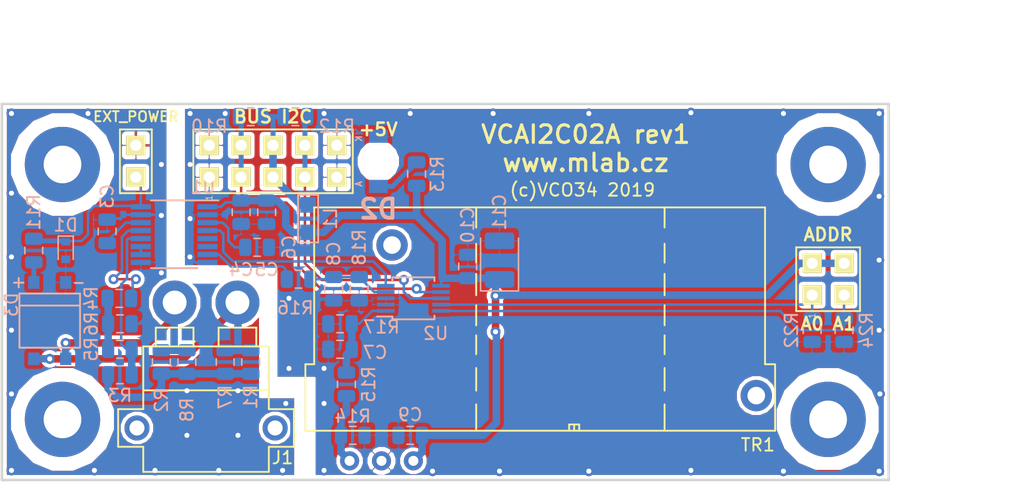
<source format=kicad_pcb>
(kicad_pcb (version 20221018) (generator pcbnew)
  (layers (0 "F.Cu" signal) (31 "B.Cu" signal) (34 "B.Paste" user) (35 "F.Paste" user) (36 "B.SilkS" user "B.Silkscreen") (37 "F.SilkS" user "F.Silkscreen") (38 "B.Mask" user) (39 "F.Mask" user) (44 "Edge.Cuts" user))
  (net 0 "")
  (net 1 "GNDPWR")
  (net 2 "Net-(C3-Pad1)")
  (net 3 "GNDD")
  (net 4 "+5V")
  (net 5 "Net-(C6-Pad2)")
  (net 6 "Net-(C7-Pad1)")
  (net 7 "Net-(C8-Pad1)")
  (net 8 "Net-(D1-Pad1)")
  (net 9 "VCC")
  (net 10 "Net-(D3-Pad1)")
  (net 11 "Net-(D3-Pad3)")
  (net 12 "Net-(D3-Pad4)")
  (net 13 "/SDA")
  (net 14 "/SCL")
  (net 15 "Net-(J6-Pad1)")
  (net 16 "Net-(J6-Pad3)")
  (net 17 "/INPUT")
  (net 18 "Net-(R3-Pad2)")
  (net 19 "Net-(R4-Pad2)")
  (net 20 "/REFout2")
  (net 21 "/Vout")
  (net 22 "/EAout")
  (net 23 "/ch2-")
  (net 24 "/COMP")
  (net 25 "Net-(D2-Pad2)")
  (footprint "Mlab_Pin_Headers:Straight_2x05" (layer "F.Cu") (at 16.764 -0.254 90)
    (fp_text reference "J4" hide)
    (fp_text value "BUS I2C")
  )
  (footprint "Mlab_Pin_Headers:Straight_2x01" (layer "F.Cu") (at 5.842 -0.254 90)
    (fp_text reference "J5" hide)
    (fp_text value "EXT_POWER")
  )
  (footprint "Mlab_Pin_Headers:Straight_2x02" (layer "F.Cu") (at 60.96 9.144 90)
    (fp_text reference "J6" hide)
    (fp_text value "ADDR")
  )
  (footprint "Mlab_Mechanical:MountingHole_3mm" (layer "F.Cu") (at 60.96 0)
    (fp_text reference "MH1" hide)
    (fp_text value "MountingHole_Pad" hide)
  )
  (footprint "Mlab_Mechanical:MountingHole_3mm" (layer "F.Cu") (at 0 20.32)
    (fp_text reference "MH2" hide)
    (fp_text value "MountingHole_Pad" hide)
  )
  (footprint "Mlab_Mechanical:MountingHole_3mm" (layer "F.Cu") (at 60.96 20.32)
    (fp_text reference "MH3" hide)
    (fp_text value "MountingHole_Pad" hide)
  )
  (footprint "Mlab_Mechanical:MountingHole_3mm" (layer "F.Cu") (at 0 0)
    (fp_text reference "MH4" hide)
    (fp_text value "MountingHole_Pad" hide)
  )
  (footprint "Mlab_TR:L01ZxxxS05" (layer "F.Cu") (at 27.94 23.622)
    (fp_text reference "TR1")
    (fp_text value "L01ZxxxS05")
  )
  (footprint "Mlab_CON:XT30PW-M" (layer "F.Cu") (at 11.43 16.002 180)
    (fp_text reference "J1")
    (fp_text value "IN 50V(max)" hide)
  )
  (footprint "Mlab_D:MSB-2" (layer "B.Cu") (at -1.016 12.446 180)
    (fp_text reference "D3")
    (fp_text value "CDBHM260L-HF" hide)
  )
  (footprint "Mlab_L:BLM21PG_3Amp" (layer "B.Cu") (at 19.558 4.318 -90)
    (fp_text reference "L1")
    (fp_text value "BLM21PG300SN1D" hide)
  )
  (footprint "Mlab_IO:QSOP-16_3.9x4.9mm_P0.635mm" (layer "B.Cu") (at 8.89 5.588 180)
    (fp_text reference "U1")
    (fp_text value "ADuM3190ARQZ" hide)
  )
  (footprint "Mlab_IO:MSOP-10_3x3mm_P0.5mm" (layer "B.Cu") (at 27.94 10.668)
    (fp_text reference "U2")
    (fp_text value "MCP3423-E/UN" hide)
  )
  (footprint "Capacitor_Tantalum_SMD:CP_EIA-3528-21_Kemet-B" (layer "B.Cu") (at 34.798 7.62 90)
    (fp_text reference "C11")
    (fp_text value "10uF")
  )
  (footprint "Resistor_SMD:R_0805_2012Metric" (layer "B.Cu") (at 14.986 15.748 -90)
    (fp_text reference "R1")
    (fp_text value "1M")
  )
  (footprint "Resistor_SMD:R_0805_2012Metric" (layer "B.Cu") (at 12.954 15.748 -90)
    (fp_text reference "R7")
    (fp_text value "1M")
  )
  (footprint "Resistor_SMD:R_0805_2012Metric" (layer "B.Cu") (at 9.906 15.748 90)
    (fp_text reference "R8")
    (fp_text value "1M")
  )
  (footprint "Mlab_D:LED_1206" (layer "B.Cu") (at 25.146 -0.254 90)
    (fp_text reference "D2")
    (fp_text value "+5V" hide)
  )
  (footprint "Diode_SMD:D_SOD-523" (layer "B.Cu") (at 0.254 6.858 -90)
    (fp_text reference "D1")
    (fp_text value "MM5Z10VT1G" hide)
  )
  (footprint "Capacitor_SMD:C_0805_2012Metric" (layer "B.Cu") (at 3.556 5.334 90)
    (fp_text reference "C3")
    (fp_text value "1u")
  )
  (footprint "Capacitor_SMD:C_0805_2012Metric" (layer "B.Cu") (at 14.224 3.81 -90)
    (fp_text reference "C4")
    (fp_text value "100n")
  )
  (footprint "Capacitor_SMD:C_0805_2012Metric" (layer "B.Cu") (at 16.256 3.81 -90)
    (fp_text reference "C5")
    (fp_text value "1u")
  )
  (footprint "Capacitor_SMD:C_0805_2012Metric" (layer "B.Cu") (at 15.494 6.604 180)
    (fp_text reference "C6")
    (fp_text value "1u")
  )
  (footprint "Capacitor_SMD:C_0805_2012Metric" (layer "B.Cu") (at 22.098 14.732 180)
    (fp_text reference "C7")
    (fp_text value "10n")
  )
  (footprint "Capacitor_SMD:C_0805_2012Metric" (layer "B.Cu") (at 21.59 9.906 -90)
    (fp_text reference "C8")
    (fp_text value "10n")
  )
  (footprint "Capacitor_SMD:C_0805_2012Metric" (layer "B.Cu") (at 27.686 21.59 180)
    (fp_text reference "C9")
    (fp_text value "100n")
  )
  (footprint "Capacitor_SMD:C_0805_2012Metric" (layer "B.Cu") (at 32.258 8.128 90)
    (fp_text reference "C10")
    (fp_text value "100n")
  )
  (footprint "Resistor_SMD:R_0805_2012Metric" (layer "B.Cu") (at 4.572 16.764)
    (fp_text reference "R3")
    (fp_text value "50k")
  )
  (footprint "Resistor_SMD:R_0805_2012Metric" (layer "B.Cu") (at 14.986 -3.81 180)
    (fp_text reference "R10")
    (fp_text value "10k")
  )
  (footprint "Resistor_SMD:R_0805_2012Metric" (layer "B.Cu") (at -2.286 6.858 -90)
    (fp_text reference "R11")
    (fp_text value "3k9")
  )
  (footprint "Resistor_SMD:R_0805_2012Metric" (layer "B.Cu") (at 18.542 -3.81)
    (fp_text reference "R12")
    (fp_text value "10k")
  )
  (footprint "Resistor_SMD:R_0805_2012Metric" (layer "B.Cu") (at 28.194 0.762 90)
    (fp_text reference "R13")
    (fp_text value "330R")
  )
  (footprint "Resistor_SMD:R_0805_2012Metric" (layer "B.Cu") (at 23.114 21.59)
    (fp_text reference "R14")
    (fp_text value "10k")
  )
  (footprint "Resistor_SMD:R_0805_2012Metric" (layer "B.Cu") (at 22.606 17.526 -90)
    (fp_text reference "R15")
    (fp_text value "180k")
  )
  (footprint "Resistor_SMD:R_0805_2012Metric" (layer "B.Cu") (at 18.796 9.144 180)
    (fp_text reference "R16")
    (fp_text value "180k")
  )
  (footprint "Resistor_SMD:R_0805_2012Metric" (layer "B.Cu") (at 22.098 12.7)
    (fp_text reference "R17")
    (fp_text value "33k")
  )
  (footprint "Resistor_SMD:R_0805_2012Metric" (layer "B.Cu") (at 23.622 9.906 90)
    (fp_text reference "R18")
    (fp_text value "33k")
  )
  (footprint "Resistor_SMD:R_0805_2012Metric" (layer "B.Cu") (at 59.69 13.208 -90)
    (fp_text reference "R22")
    (fp_text value "10k")
  )
  (footprint "Resistor_SMD:R_0805_2012Metric" (layer "B.Cu") (at 62.23 13.208 -90)
    (fp_text reference "R24")
    (fp_text value "10k")
  )
  (footprint "Resistor_SMD:R_0805_2012Metric" (layer "B.Cu") (at 7.874 15.748 90)
    (fp_text reference "R2")
    (fp_text value "1M")
  )
  (footprint "Resistor_SMD:R_0805_2012Metric" (layer "B.Cu") (at 4.572 12.7 180)
    (fp_text reference "R6")
    (fp_text value "17k")
  )
  (footprint "Resistor_SMD:R_0805_2012Metric" (layer "B.Cu") (at 4.572 14.732)
    (fp_text reference "R5")
    (fp_text value "1k5")
  )
  (footprint "Resistor_SMD:R_0805_2012Metric" (layer "B.Cu") (at 4.52201 10.675708 180)
    (fp_text reference "R4")
    (fp_text value "40k")
  )
  (gr_line (start 65.786 -4.826) (end -4.826 -4.826) (stroke (width 0.2)) (layer "Edge.Cuts"))
  (gr_line (start -4.826 -4.826) (end -4.826 25.146) (stroke (width 0.2)) (layer "Edge.Cuts"))
  (gr_line (start 65.786 25.146) (end 65.786 -4.826) (stroke (width 0.2)) (layer "Edge.Cuts"))
  (gr_line (start -4.826 25.146) (end 65.786 25.146) (stroke (width 0.2)) (layer "Edge.Cuts"))
  (gr_text "A1" (at 62.23 12.7) (layer "F.SilkS") (effects (font (size 1 1) (thickness 0.2))))
  (gr_text "VCAI2C02A rev1\nwww.mlab.cz" (at 41.656 -1.27) (layer "F.SilkS") (effects (font (size 1.4 1.4) (thickness 0.25))))
  (gr_text "A0" (at 59.69 12.7) (layer "F.SilkS") (effects (font (size 1 1) (thickness 0.2))))
  (gr_text "(c)VCO34 2019" (at 41.402 2.032) (layer "F.SilkS") (effects (font (size 1 1))))
  (gr_text "+5V" (at 25.146 -2.794) (layer "F.SilkS") (effects (font (size 1 1) (thickness 0.2))))
  (segment (start -4.064 7.619996) (end -4.064004 7.62) (width 0.2) (layer "F.Cu") (net 1))
  (segment (start 5.842 -1.524) (end 5.842 -3.556) (width 0.2) (layer "F.Cu") (net 1))
  (segment (start 14.986 19.05) (end 14.369999 18.433999) (width 0.2) (layer "F.Cu") (net 1))
  (segment (start 13.97 21.59) (end 9.905994 21.59) (width 0.2) (layer "F.Cu") (net 1))
  (segment (start -4.064 2.286) (end -4.064 7.619996) (width 0.2) (layer "F.Cu") (net 1))
  (segment (start -4.318 18.542) (end -4.064 18.288) (width 0.2) (layer "F.Cu") (net 1))
  (segment (start -4.318 24.13) (end -4.318 18.542) (width 0.2) (layer "F.Cu") (net 1))
  (segment (start 14.369999 18.433999) (end 13.97 18.034) (width 0.2) (layer "F.Cu") (net 1))
  (segment (start 7.874 8.636) (end 7.874 4.064004) (width 0.2) (layer "F.Cu") (net 1))
  (segment (start 6.604 24.384) (end 7.365998 24.384) (width 0.2) (layer "F.Cu") (net 1))
  (segment (start 5.842 -1.524) (end 7.366 -1.524) (width 0.2) (layer "F.Cu") (net 1))
  (segment (start 17.526 19.05) (end 14.986 19.05) (width 0.2) (layer "F.Cu") (net 1))
  (segment (start 7.874 -1.016) (end 7.874 0.000006) (width 0.2) (layer "F.Cu") (net 1))
  (segment (start -4.064 24.384) (end -4.318 24.13) (width 0.2) (layer "F.Cu") (net 1))
  (segment (start 2.032 -4.318) (end 2.286 -4.064) (width 0.2) (layer "F.Cu") (net 1))
  (segment (start 17.78 19.304) (end 17.526 19.05) (width 0.2) (layer "F.Cu") (net 1))
  (segment (start -4.064 -4.064) (end -3.81 -4.318) (width 0.2) (layer "F.Cu") (net 1))
  (segment (start 2.54 24.384) (end 6.604 24.384) (width 0.2) (layer "F.Cu") (net 1))
  (segment (start 17.526 24.384) (end 12.446 24.384) (width 0.2) (layer "F.Cu") (net 1))
  (segment (start 7.365998 24.384) (end 7.366 24.384002) (width 0.2) (layer "F.Cu") (net 1))
  (segment (start 5.334 -4.064) (end 2.032 -4.064) (width 0.2) (layer "F.Cu") (net 1))
  (segment (start -3.81 -4.318) (end 2.032 -4.318) (width 0.2) (layer "F.Cu") (net 1))
  (segment (start 5.842 -3.556) (end 5.334 -4.064) (width 0.2) (layer "F.Cu") (net 1))
  (segment (start 7.366 -1.524) (end 7.874 -1.016) (width 0.2) (layer "F.Cu") (net 1))
  (via (at -4.064 18.288) (size 0.8) (drill 0.4) (layers "F.Cu" "B.Cu") (net 1))
  (via (at -4.064 13.208) (size 0.8) (drill 0.4) (layers "F.Cu" "B.Cu") (net 1))
  (via (at 9.906 18.034) (size 0.8) (drill 0.4) (layers "F.Cu" "B.Cu") (net 1))
  (via (at -4.064 2.286) (size 0.8) (drill 0.4) (layers "F.Cu" "B.Cu") (net 1))
  (via (at -4.064 7.366) (size 0.8) (drill 0.4) (layers "F.Cu" "B.Cu") (net 1))
  (via (at 9.905994 21.59) (size 0.8) (drill 0.4) (layers "F.Cu" "B.Cu") (net 1))
  (via (at 17.78 19.05) (size 0.8) (drill 0.4) (layers "F.Cu" "B.Cu") (net 1))
  (via (at 7.366 24.384002) (size 0.8) (drill 0.4) (layers "F.Cu" "B.Cu") (net 1))
  (via (at 2.54 24.384) (size 0.8) (drill 0.4) (layers "F.Cu" "B.Cu") (net 1))
  (via (at 17.526 24.384) (size 0.8) (drill 0.4) (layers "F.Cu" "B.Cu") (net 1))
  (via (at 7.874 0.000006) (size 0.8) (drill 0.4) (layers "F.Cu" "B.Cu") (net 1))
  (via (at 13.97 18.034) (size 0.8) (drill 0.4) (layers "F.Cu" "B.Cu") (net 1))
  (via (at -4.064 24.384) (size 0.8) (drill 0.4) (layers "F.Cu" "B.Cu") (net 1))
  (via (at -4.064 -4.064) (size 0.8) (drill 0.4) (layers "F.Cu" "B.Cu") (net 1))
  (via (at 2.032 -4.064) (size 0.8) (drill 0.4) (layers "F.Cu" "B.Cu") (net 1))
  (via (at 12.446 24.384) (size 0.8) (drill 0.4) (layers "F.Cu" "B.Cu") (net 1))
  (via (at 13.97 21.59) (size 0.8) (drill 0.4) (layers "F.Cu" "B.Cu") (net 1))
  (via (at 7.874 4.064004) (size 0.8) (drill 0.4) (layers "F.Cu" "B.Cu") (net 1))
  (via (at 7.874 8.636) (size 0.8) (drill 0.4) (layers "F.Cu" "B.Cu") (net 1))
  (segment (start 17.526 24.384) (end 18.230001 23.679999) (width 0.2) (layer "B.Cu") (net 1))
  (segment (start -4.064 18.288) (end -4.064 13.208) (width 0.2) (layer "B.Cu") (net 1))
  (segment (start 13.97 18.034) (end 13.97 21.59) (width 0.2) (layer "B.Cu") (net 1))
  (segment (start 6.604 12.193) (end 6.604 9.906) (width 0.2) (layer "B.Cu") (net 1))
  (segment (start 6.604 9.906) (end 7.874 8.636) (width 0.2) (layer "B.Cu") (net 1))
  (segment (start 18.230001 23.679999) (end 18.230001 19.754001) (width 0.2) (layer "B.Cu") (net 1))
  (segment (start 18.230001 19.754001) (end 17.78 19.304) (width 0.2) (layer "B.Cu") (net 1))
  (segment (start 12.446 24.384) (end 7.366002 24.384) (width 0.2) (layer "B.Cu") (net 1))
  (segment (start -3.81 24.638) (end -4.064 24.384) (width 0.2) (layer "B.Cu") (net 1))
  (segment (start -4.064004 7.62) (end -4.064004 13.207996) (width 0.2) (layer "B.Cu") (net 1))
  (segment (start 6.2357 4.0005) (end 7.810496 4.0005) (width 0.2) (layer "B.Cu") (net 1))
  (segment (start 7.366002 24.384) (end 7.366 24.384002) (width 0.2) (layer "B.Cu") (net 1))
  (segment (start -4.318 -3.81) (end -4.318 2.032) (width 0.2) (layer "B.Cu") (net 1))
  (segment (start 9.905994 21.59) (end 9.905994 18.034006) (width 0.2) (layer "B.Cu") (net 1))
  (segment (start -4.064004 13.207996) (end -4.064 13.208) (width 0.2) (layer "B.Cu") (net 1))
  (segment (start 7.874 3.81) (end 7.874 0.000006) (width 0.2) (layer "B.Cu") (net 1))
  (segment (start 2.54 24.384) (end 2.286 24.638) (width 0.2) (layer "B.Cu") (net 1))
  (segment (start 2.286 24.638) (end -3.81 24.638) (width 0.2) (layer "B.Cu") (net 1))
  (segment (start 7.810496 4.0005) (end 7.874 4.064004) (width 0.2) (layer "B.Cu") (net 1))
  (segment (start 4.8895 4.0005) (end 6.2357 4.0005) (width 0.2) (layer "B.Cu") (net 1))
  (segment (start 9.905994 18.034006) (end 9.906 18.034) (width 0.2) (layer "B.Cu") (net 1))
  (segment (start 4.5975 4.2925) (end 4.8895 4.0005) (width 0.2) (layer "B.Cu") (net 1))
  (segment (start -4.064 -4.064) (end -4.318 -3.81) (width 0.2) (layer "B.Cu") (net 1))
  (segment (start 3.81 4.2925) (end 4.5975 4.2925) (width 0.2) (layer "B.Cu") (net 1))
  (segment (start 6.097 12.7) (end 6.604 12.193) (width 0.2) (layer "B.Cu") (net 1))
  (segment (start 5.5095 12.7) (end 6.097 12.7) (width 0.2) (layer "B.Cu") (net 1))
  (segment (start -4.318 2.032) (end -4.064 2.286) (width 0.2) (layer "B.Cu") (net 1))
  (segment (start 5.042 4.6355) (end 6.2357 4.6355) (width 0.2) (layer "B.Cu") (net 2))
  (segment (start 3.81 5.8675) (end 5.042 4.6355) (width 0.2) (layer "B.Cu") (net 2))
  (segment (start 65.024 18.226) (end 65.086 18.288) (width 0.2) (layer "F.Cu") (net 3))
  (segment (start 65.024 2.54) (end 65.024 7.62) (width 0.2) (layer "F.Cu") (net 3))
  (segment (start 10.144298 7.366) (end 10.144298 4.327882) (width 0.2) (layer "F.Cu") (net 3))
  (segment (start 64.77 -4.318) (end 57.657994 -4.318) (width 0.2) (layer "F.Cu") (net 3))
  (segment (start 27.686 -4.064) (end 34.29 -4.064) (width 0.2) (layer "F.Cu") (net 3))
  (segment (start 65.024 13.208) (end 65.024 18.226) (width 0.2) (layer "F.Cu") (net 3))
  (segment (start 65.024 24.446) (end 57.404 24.446) (width 0.2) (layer "F.Cu") (net 3))
  (segment (start 18.034 16.002) (end 18.034 16.255994) (width 0.2) (layer "F.Cu") (net 3))
  (segment (start 50.038 24.384) (end 42.672 24.384) (width 0.2) (layer "F.Cu") (net 3))
  (segment (start 57.657994 -4.318) (end 57.403994 -4.064) (width 0.2) (layer "F.Cu") (net 3))
  (segment (start 41.971988 24.384) (end 41.91 24.445988) (width 0.2) (layer "F.Cu") (net 3))
  (segment (start 10.144298 4.327882) (end 10.155119 4.317061) (width 0.2) (layer "F.Cu") (net 3))
  (segment (start 20.828 16.256) (end 20.828 19.304) (width 0.2) (layer "F.Cu") (net 3))
  (segment (start 41.971994 -4.12599) (end 41.910004 -4.064) (width 0.2) (layer "F.Cu") (net 3))
  (segment (start 65.024 -4.064) (end 64.77 -4.318) (width 0.2) (layer "F.Cu") (net 3))
  (segment (start 10.16 0) (end 10.16 -4.064) (width 0.2) (layer "F.Cu") (net 3))
  (segment (start 34.798 24.446) (end 29.464 24.446) (width 0.2) (layer "F.Cu") (net 3))
  (segment (start 18.034 16.255994) (end 18.033994 16.256) (width 0.2) (layer "F.Cu") (net 3))
  (segment (start 50.038 -4.12599) (end 41.971994 -4.12599) (width 0.2) (layer "F.Cu") (net 3))
  (segment (start 42.672 24.384) (end 41.971988 24.384) (width 0.2) (layer "F.Cu") (net 3))
  (segment (start 12.954 -4.064) (end 20.574 -4.064) (width 0.2) (layer "F.Cu") (net 3))
  (segment (start 18.034 10.668) (end 18.034 16.002) (width 0.2) (layer "F.Cu") (net 3))
  (via (at 65.024 2.54) (size 0.8) (drill 0.4) (layers "F.Cu" "B.Cu") (net 3))
  (via (at 65.024 13.208) (size 0.8) (drill 0.4) (layers "F.Cu" "B.Cu") (net 3))
  (via (at 18.034 10.668) (size 0.8) (drill 0.4) (layers "F.Cu" "B.Cu") (net 3))
  (via (at 65.024 -4.064) (size 0.8) (drill 0.4) (layers "F.Cu" "B.Cu") (net 3))
  (via (at 20.828 19.05) (size 0.8) (drill 0.4) (layers "F.Cu" "B.Cu") (net 3))
  (via (at 20.828 -4.064) (size 0.8) (drill 0.4) (layers "F.Cu" "B.Cu") (net 3))
  (via (at 34.29 -4.064) (size 0.8) (drill 0.4) (layers "F.Cu" "B.Cu") (net 3))
  (via (at 50.038 -4.12599) (size 0.8) (drill 0.4) (layers "F.Cu" "B.Cu") (net 3))
  (via (at 29.464 24.446) (size 0.8) (drill 0.4) (layers "F.Cu" "B.Cu") (net 3))
  (via (at 20.828 24.384) (size 0.8) (drill 0.4) (layers "F.Cu" "B.Cu") (net 3))
  (via (at 18.033994 16.256) (size 0.8) (drill 0.4) (layers "F.Cu" "B.Cu") (net 3))
  (via (at 10.16 0) (size 0.8) (drill 0.4) (layers "F.Cu" "B.Cu") (net 3))
  (via (at 65.024 7.62) (size 0.8) (drill 0.4) (layers "F.Cu" "B.Cu") (net 3))
  (via (at 41.910004 -4.064) (size 0.8) (drill 0.4) (layers "F.Cu" "B.Cu") (net 3))
  (via (at 41.91 24.445988) (size 0.8) (drill 0.4) (layers "F.Cu" "B.Cu") (net 3))
  (via (at 65.024 24.446) (size 0.8) (drill 0.4) (layers "F.Cu" "B.Cu") (net 3))
  (via (at 34.798 24.446) (size 0.8) (drill 0.4) (layers "F.Cu" "B.Cu") (net 3))
  (via (at 10.16 -4.064) (size 0.8) (drill 0.4) (layers "F.Cu" "B.Cu") (net 3))
  (via (at 57.404 24.446) (size 0.8) (drill 0.4) (layers "F.Cu" "B.Cu") (net 3))
  (via (at 10.155119 4.317061) (size 0.8) (drill 0.4) (layers "F.Cu" "B.Cu") (net 3))
  (via (at 10.144298 7.366) (size 0.8) (drill 0.4) (layers "F.Cu" "B.Cu") (net 3))
  (via (at 12.954 -4.064) (size 0.8) (drill 0.4) (layers "F.Cu" "B.Cu") (net 3))
  (via (at 27.686 -4.064) (size 0.8) (drill 0.4) (layers "F.Cu" "B.Cu") (net 3))
  (via (at 65.086 18.288) (size 0.8) (drill 0.4) (layers "F.Cu" "B.Cu") (net 3))
  (via (at 50.038 24.384) (size 0.8) (drill 0.4) (layers "F.Cu" "B.Cu") (net 3))
  (via (at 57.403994 -4.064) (size 0.8) (drill 0.4) (layers "F.Cu" "B.Cu") (net 3))
  (via (at 20.828 16.256) (size 0.8) (drill 0.4) (layers "F.Cu" "B.Cu") (net 3))
  (segment (start 34.29 -4.064) (end 41.910004 -4.064) (width 0.2) (layer "B.Cu") (net 3))
  (segment (start 20.828 16.256) (end 18.033994 16.256) (width 0.2) (layer "B.Cu") (net 3))
  (segment (start 10.588798 7.8105) (end 10.144298 7.366) (width 0.2) (layer "B.Cu") (net 3))
  (segment (start 10.16 -4.064) (end 12.954 -4.064) (width 0.2) (layer "B.Cu") (net 3))
  (segment (start 65.278 2.286) (end 65.024 2.54) (width 0.2) (layer "B.Cu") (net 3))
  (segment (start 65.278 -3.81) (end 65.278 2.286) (width 0.2) (layer "B.Cu") (net 3))
  (segment (start 57.403994 -4.064) (end 50.09999 -4.064) (width 0.2) (layer "B.Cu") (net 3))
  (segment (start 50.09999 -4.064) (end 50.038 -4.12599) (width 0.2) (layer "B.Cu") (net 3))
  (segment (start 18.0595 10.6935) (end 18.034 10.668) (width 0.2) (layer "B.Cu") (net 3))
  (segment (start 11.5443 7.8105) (end 10.588798 7.8105) (width 0.2) (layer "B.Cu") (net 3))
  (segment (start 50.1 24.446) (end 50.038 24.384) (width 0.2) (layer "B.Cu") (net 3))
  (segment (start 20.828 10.6935) (end 18.0595 10.6935) (width 0.2) (layer "B.Cu") (net 3))
  (segment (start 10.155119 0.004881) (end 10.16 0) (width 0.2) (layer "B.Cu") (net 3))
  (segment (start 65.086 18.288) (end 65.086 24.384) (width 0.2) (layer "B.Cu") (net 3))
  (segment (start 20.828 19.304) (end 20.828 24.384) (width 0.2) (layer "B.Cu") (net 3))
  (segment (start 65.086 24.384) (end 65.024 24.446) (width 0.2) (layer "B.Cu") (net 3))
  (segment (start 20.574 -4.064) (end 27.686 -4.064) (width 0.2) (layer "B.Cu") (net 3))
  (segment (start 41.909988 24.446) (end 41.91 24.445988) (width 0.2) (layer "B.Cu") (net 3))
  (segment (start 65.024 7.62) (end 65.024 13.208) (width 0.2) (layer "B.Cu") (net 3))
  (segment (start 34.798 24.446) (end 41.909988 24.446) (width 0.2) (layer "B.Cu") (net 3))
  (segment (start 10.155119 4.317061) (end 10.155119 0.004881) (width 0.2) (layer "B.Cu") (net 3))
  (segment (start 57.404 24.446) (end 50.1 24.446) (width 0.2) (layer "B.Cu") (net 3))
  (segment (start 65.024 -4.064) (end 65.278 -3.81) (width 0.2) (layer "B.Cu") (net 3))
  (segment (start 34.4805 13.335) (end 34.4805 10.468) (width 0.6) (layer "F.Cu") (net 4))
  (via (at 34.4805 10.468) (size 0.8) (drill 0.4) (layers "F.Cu" "B.Cu") (net 4))
  (via (at 34.4805 13.335) (size 0.8) (drill 0.4) (layers "F.Cu" "B.Cu") (net 4))
  (segment (start 22.137 4.064) (end 28.194 4.064) (width 0.6) (layer "B.Cu") (net 4))
  (segment (start 17.0965 2.8725) (end 17.78 3.556) (width 0.6) (layer "B.Cu") (net 4))
  (segment (start 33.528 21.59) (end 34.544 20.574) (width 0.6) (layer "B.Cu") (net 4))
  (segment (start 19.558 5.418) (end 20.783 5.418) (width 0.6) (layer "B.Cu") (net 4))
  (segment (start 27.94 23.622) (end 28.6235 22.9385) (width 0.6) (layer "B.Cu") (net 4))
  (segment (start 28.194 1.6995) (end 28.194 4.064) (width 0.6) (layer "B.Cu") (net 4))
  (segment (start 12.9795 3.0225) (end 13.97 3.0225) (width 0.2) (layer "B.Cu") (net 4))
  (segment (start 18.333 5.418) (end 19.558 5.418) (width 0.6) (layer "B.Cu") (net 4))
  (segment (start 28.194 4.064) (end 30.226 6.096) (width 0.6) (layer "B.Cu") (net 4))
  (segment (start 20.783 5.418) (end 22.137 4.064) (width 0.6) (layer "B.Cu") (net 4))
  (segment (start 17.78 3.556) (end 17.78 4.865) (width 0.6) (layer "B.Cu") (net 4))
  (segment (start 62.23 7.874) (end 59.69 7.874) (width 0.6) (layer "B.Cu") (net 4))
  (segment (start 34.4805 9.221) (end 34.544 9.1575) (width 0.6) (layer "B.Cu") (net 4))
  (segment (start 28.6235 22.9385) (end 28.6235 21.59) (width 0.6) (layer "B.Cu") (net 4))
  (segment (start 56.134 10.414) (end 58.674 7.874) (width 0.6) (layer "B.Cu") (net 4))
  (segment (start 34.706 9.0655) (end 34.798 9.1575) (width 0.6) (layer "B.Cu") (net 4))
  (segment (start 34.544 20.574) (end 34.544 13.462) (width 0.6) (layer "B.Cu") (net 4))
  (segment (start 17.78 4.865) (end 18.333 5.418) (width 0.6) (layer "B.Cu") (net 4))
  (segment (start 34.4805 10.468) (end 34.4805 9.221) (width 0.6) (layer "B.Cu") (net 4))
  (segment (start 13.97 2.8725) (end 17.0965 2.8725) (width 0.6) (layer "B.Cu") (net 4))
  (segment (start 28.6235 21.59) (end 33.528 21.59) (width 0.6) (layer "B.Cu") (net 4))
  (segment (start 30.14 9.668) (end 30.14 9.1515) (width 0.2) (layer "B.Cu") (net 4))
  (segment (start 12.6365 3.3655) (end 12.9795 3.0225) (width 0.2) (layer "B.Cu") (net 4))
  (segment (start 30.226 9.0655) (end 32.258 9.0655) (width 0.6) (layer "B.Cu") (net 4))
  (segment (start 30.226 6.096) (end 30.226 9.0655) (width 0.6) (layer "B.Cu") (net 4))
  (segment (start 58.674 7.874) (end 59.69 7.874) (width 0.6) (layer "B.Cu") (net 4))
  (segment (start 11.5443 3.3655) (end 12.6365 3.3655) (width 0.2) (layer "B.Cu") (net 4))
  (segment (start 30.14 9.1515) (end 30.226 9.0655) (width 0.2) (layer "B.Cu") (net 4))
  (segment (start 34.7845 10.414) (end 56.134 10.414) (width 0.6) (layer "B.Cu") (net 4))
  (segment (start 32.258 9.0655) (end 34.706 9.0655) (width 0.6) (layer "B.Cu") (net 4))
  (segment (start 13.208 5.08) (end 13.208 6.096) (width 0.2) (layer "B.Cu") (net 5))
  (segment (start 11.5443 4.6355) (end 12.7635 4.6355) (width 0.2) (layer "B.Cu") (net 5))
  (segment (start 12.7635 4.6355) (end 13.208 5.08) (width 0.2) (layer "B.Cu") (net 5))
  (segment (start 13.208 6.096) (end 13.716 6.604) (width 0.2) (layer "B.Cu") (net 5))
  (segment (start 13.716 6.604) (end 14.478 6.604) (width 0.2) (layer "B.Cu") (net 5))
  (segment (start 23.622 12.7) (end 24.654 11.668) (width 0.2) (layer "B.Cu") (net 6))
  (segment (start 22.606 15.1615) (end 23.0355 14.732) (width 0.6) (layer "B.Cu") (net 6))
  (segment (start 23.0355 12.7) (end 23.0355 14.732) (width 0.6) (layer "B.Cu") (net 6))
  (segment (start 23.0355 12.7) (end 23.622 12.7) (width 0.2) (layer "B.Cu") (net 6))
  (segment (start 22.606 16.5885) (end 22.606 15.1615) (width 0.6) (layer "B.Cu") (net 6))
  (segment (start 24.654 11.668) (end 25.74 11.668) (width 0.2) (layer "B.Cu") (net 6))
  (segment (start 21.4145 9.144) (end 21.59 8.9685) (width 0.2) (layer "B.Cu") (net 7))
  (segment (start 19.7335 9.144) (end 21.4145 9.144) (width 0.2) (layer "B.Cu") (net 7))
  (segment (start 25.74 10.168) (end 24.8215 10.168) (width 0.2) (layer "B.Cu") (net 7))
  (segment (start 23.622 8.9685) (end 21.59 8.9685) (width 0.2) (layer "B.Cu") (net 7))
  (segment (start 24.8215 10.168) (end 23.622 8.9685) (width 0.2) (layer "B.Cu") (net 7))
  (segment (start 2.54 3.302) (end 2.032 3.81) (width 0.2) (layer "B.Cu") (net 8))
  (segment (start -2.1585 6.096) (end 0.254 6.096) (width 0.4) (layer "B.Cu") (net 8))
  (segment (start 6.2357 3.3655) (end 6.2357 1.4097) (width 0.2) (layer "B.Cu") (net 8))
  (segment (start 6.2357 3.3655) (end 6.1722 3.302) (width 0.2) (layer "B.Cu") (net 8))
  (segment (start 6.2357 1.4097) (end 5.842 1.016) (width 0.2) (layer "B.Cu") (net 8))
  (segment (start 0.356 6.096) (end 0.254 6.198) (width 0.2) (layer "B.Cu") (net 8))
  (segment (start 1.524 6.096) (end 0.356 6.096) (width 0.2) (layer "B.Cu") (net 8))
  (segment (start 2.032 5.588) (end 1.524 6.096) (width 0.2) (layer "B.Cu") (net 8))
  (segment (start 6.1722 3.302) (end 2.54 3.302) (width 0.2) (layer "B.Cu") (net 8))
  (segment (start 2.032 3.81) (end 2.032 5.588) (width 0.2) (layer "B.Cu") (net 8))
  (segment (start 0.1265 6.0705) (end 0.254 6.198) (width 0.4) (layer "B.Cu") (net 8))
  (segment (start 15.7735 -3.81) (end 17.5005 -3.81) (width 0.4) (layer "B.Cu") (net 9))
  (segment (start 16.764 -1.524) (end 16.764 1.016) (width 0.6) (layer "B.Cu") (net 9))
  (segment (start 16.764 -1.524) (end 16.764 -3.81) (width 0.4) (layer "B.Cu") (net 9))
  (segment (start 16.764 1.016) (end 18.966 3.218) (width 0.6) (layer "B.Cu") (net 9))
  (segment (start 16.764 -3.81) (end 17.5005 -3.81) (width 0.4) (layer "B.Cu") (net 9))
  (segment (start 18.966 3.218) (end 19.558 3.218) (width 0.6) (layer "B.Cu") (net 9))
  (segment (start -2.286 9.406) (end -2.286 7.6455) (width 0.4) (layer "B.Cu") (net 10))
  (segment (start 13.97 11.176) (end 13.97 11.042) (width 0.6) (layer "F.Cu") (net 11))
  (segment (start -1.016 15.494) (end 9.652 15.494) (width 0.6) (layer "F.Cu") (net 11))
  (segment (start 9.652 15.494) (end 13.97 11.176) (width 0.6) (layer "F.Cu") (net 11))
  (segment (start 13.97 11.042) (end 13.93 11.002) (width 0.6) (layer "F.Cu") (net 11))
  (via (at -1.016 15.494) (size 0.8) (drill 0.4) (layers "F.Cu" "B.Cu") (net 11))
  (segment (start -2.286 15.486) (end -1.024 15.486) (width 0.6) (layer "B.Cu") (net 11))
  (segment (start 13.97 14.8105) (end 12.954 14.8105) (width 0.6) (layer "B.Cu") (net 11))
  (segment (start 13.93 11.002) (end 13.97 11.042) (width 0.6) (layer "B.Cu") (net 11))
  (segment (start 13.97 11.042) (end 13.97 14.8105) (width 0.6) (layer "B.Cu") (net 11))
  (segment (start -1.024 15.486) (end -1.016 15.494) (width 0.6) (layer "B.Cu") (net 11))
  (segment (start 14.986 14.8105) (end 12.954 14.8105) (width 0.6) (layer "B.Cu") (net 11))
  (segment (start 6.858 14.224) (end 6.35 14.224) (width 0.6) (layer "F.Cu") (net 12))
  (segment (start 8.93 11.002) (end 8.93 12.152) (width 0.6) (layer "F.Cu") (net 12))
  (segment (start 6.35 14.224) (end 0.254 14.224) (width 0.6) (layer "F.Cu") (net 12))
  (segment (start 0.508 14.478) (end 0.254 14.224) (width 0.6) (layer "F.Cu") (net 12))
  (segment (start 8.93 12.152) (end 6.858 14.224) (width 0.6) (layer "F.Cu") (net 12))
  (via (at 0.254 14.224) (size 0.8) (drill 0.4) (layers "F.Cu" "B.Cu") (net 12))
  (segment (start 0.254 15.486) (end 0.254 14.224) (width 0.6) (layer "B.Cu") (net 12))
  (segment (start 8.9685 14.8105) (end 8.89 14.732) (width 0.6) (layer "B.Cu") (net 12))
  (segment (start 8.89 14.732) (end 8.89 11.042) (width 0.6) (layer "B.Cu") (net 12))
  (segment (start 7.874 14.8105) (end 9.906 14.8105) (width 0.6) (layer "B.Cu") (net 12))
  (segment (start 8.89 11.042) (end 8.93 11.002) (width 0.6) (layer "B.Cu") (net 12))
  (segment (start 9.906 14.8105) (end 8.9685 14.8105) (width 0.6) (layer "B.Cu") (net 12))
  (segment (start 18.796 3.302) (end 18.034 2.54) (width 0.2) (layer "F.Cu") (net 13))
  (segment (start 18.034 2.54) (end 14.478 2.54) (width 0.2) (layer "F.Cu") (net 13))
  (segment (start 20.574 9.906) (end 18.796 8.128) (width 0.2) (layer "F.Cu") (net 13))
  (segment (start 18.796 8.128) (end 18.796 3.302) (width 0.2) (layer "F.Cu") (net 13))
  (segment (start 14.224 2.286) (end 14.224 1.016) (width 0.2) (layer "F.Cu") (net 13))
  (segment (start 14.478 2.54) (end 14.224 2.286) (width 0.2) (layer "F.Cu") (net 13))
  (segment (start 28.194 9.906) (end 20.574 9.906) (width 0.2) (layer "F.Cu") (net 13))
  (via (at 28.194 9.906) (size 0.8) (drill 0.4) (layers "F.Cu" "B.Cu") (net 13))
  (segment (start 30.14 10.168) (end 28.456 10.168) (width 0.2) (layer "B.Cu") (net 13))
  (segment (start 28.456 10.168) (end 28.406001 10.118001) (width 0.2) (layer "B.Cu") (net 13))
  (segment (start 14.224 -3.7845) (end 14.1985 -3.81) (width 0.4) (layer "B.Cu") (net 13))
  (segment (start 14.224 -1.524) (end 14.224 1.016) (width 0.4) (layer "B.Cu") (net 13))
  (segment (start 28.406001 10.118001) (end 28.194 9.906) (width 0.2) (layer "B.Cu") (net 13))
  (segment (start 14.224 -1.524) (end 14.224 -3.7845) (width 0.4) (layer "B.Cu") (net 13))
  (segment (start 19.304 1.016) (end 19.304 7.874) (width 0.2) (layer "F.Cu") (net 14))
  (segment (start 20.63599 9.20599) (end 27.11601 9.20599) (width 0.2) (layer "F.Cu") (net 14))
  (segment (start 19.304 7.874) (end 20.63599 9.20599) (width 0.2) (layer "F.Cu") (net 14))
  (segment (start 27.11601 9.20599) (end 27.178 9.144) (width 0.2) (layer "F.Cu") (net 14))
  (via (at 27.178 9.20599) (size 0.8) (drill 0.4) (layers "F.Cu" "B.Cu") (net 14))
  (segment (start 19.304 -3.81) (end 19.304 -1.524) (width 0.4) (layer "B.Cu") (net 14))
  (segment (start 27.686 10.668) (end 27.178 10.16) (width 0.2) (layer "B.Cu") (net 14))
  (segment (start 30.14 10.668) (end 27.686 10.668) (width 0.2) (layer "B.Cu") (net 14))
  (segment (start 19.304 1.016) (end 19.304 -1.524) (width 0.4) (layer "B.Cu") (net 14))
  (segment (start 19.558 -4.064) (end 19.304 -3.81) (width 0.4) (layer "B.Cu") (net 14))
  (segment (start 27.178 9.771675) (end 27.178 9.20599) (width 0.2) (layer "B.Cu") (net 14))
  (segment (start 27.178 10.16) (end 27.178 9.771675) (width 0.2) (layer "B.Cu") (net 14))
  (segment (start 30.14 11.168) (end 58.936 11.168) (width 0.2) (layer "B.Cu") (net 15))
  (segment (start 58.936 11.168) (end 59.69 10.414) (width 0.2) (layer "B.Cu") (net 15))
  (segment (start 59.69 12.4205) (end 59.69 10.414) (width 0.2) (layer "B.Cu") (net 15))
  (segment (start 60.1725 10.8965) (end 59.69 10.414) (width 0.2) (layer "B.Cu") (net 15))
  (segment (start 62.23 12.954) (end 62.23 12.2705) (width 0.2) (layer "B.Cu") (net 16))
  (segment (start 62.23 12.4205) (end 62.23 11.883) (width 0.2) (layer "B.Cu") (net 16))
  (segment (start 58.674 13.208) (end 61.976 13.208) (width 0.2) (layer "B.Cu") (net 16))
  (segment (start 31.056 11.684) (end 57.15 11.684) (width 0.2) (layer "B.Cu") (net 16))
  (segment (start 62.23 11.883) (end 62.23 10.414) (width 0.2) (layer "B.Cu") (net 16))
  (segment (start 30.14 11.668) (end 31.04 11.668) (width 0.2) (layer "B.Cu") (net 16))
  (segment (start 57.15 11.684) (end 58.674 13.208) (width 0.2) (layer "B.Cu") (net 16))
  (segment (start 31.04 11.668) (end 31.056 11.684) (width 0.2) (layer "B.Cu") (net 16))
  (segment (start 61.976 13.208) (end 62.23 12.954) (width 0.2) (layer "B.Cu") (net 16))
  (segment (start 12.954 16.6855) (end 9.906 16.6855) (width 0.6) (layer "B.Cu") (net 17))
  (segment (start 7.112 18.542) (end 7.874 17.78) (width 0.6) (layer "B.Cu") (net 17))
  (segment (start 14.986 16.6855) (end 12.954 16.6855) (width 0.6) (layer "B.Cu") (net 17))
  (segment (start 4.318 18.542) (end 7.112 18.542) (width 0.6) (layer "B.Cu") (net 17))
  (segment (start 9.906 16.6855) (end 7.874 16.6855) (width 0.6) (layer "B.Cu") (net 17))
  (segment (start 3.6345 16.764) (end 3.6345 17.8585) (width 0.6) (layer "B.Cu") (net 17))
  (segment (start 3.6345 17.8585) (end 4.318 18.542) (width 0.6) (layer "B.Cu") (net 17))
  (segment (start 7.874 17.78) (end 7.874 16.6855) (width 0.6) (layer "B.Cu") (net 17))
  (segment (start 5.135699 6.005501) (end 5.2357 5.9055) (width 0.2) (layer "B.Cu") (net 18))
  (segment (start 5.5095 16.764) (end 5.5095 14.732) (width 0.6) (layer "B.Cu") (net 18))
  (segment (start 6.2357 5.9055) (end 5.2357 5.9055) (width 0.2) (layer "B.Cu") (net 18))
  (segment (start 5.103494 14.732) (end 4.672 14.300506) (width 0.2) (layer "B.Cu") (net 18))
  (segment (start 4.672 9.552) (end 5.135699 9.088301) (width 0.2) (layer "B.Cu") (net 18))
  (segment (start 4.672 14.300506) (end 4.672 9.552) (width 0.2) (layer "B.Cu") (net 18))
  (segment (start 5.135699 9.088301) (end 5.135699 6.005501) (width 0.2) (layer "B.Cu") (net 18))
  (segment (start 5.5095 14.732) (end 5.103494 14.732) (width 0.2) (layer "B.Cu") (net 18))
  (segment (start 3.6345 12.7) (end 3.6345 10.725698) (width 0.6) (layer "B.Cu") (net 19))
  (segment (start 3.6345 10.725698) (end 3.58451 10.675708) (width 0.6) (layer "B.Cu") (net 19))
  (segment (start 3.6345 14.732) (end 3.6345 12.7) (width 0.6) (layer "B.Cu") (net 19))
  (segment (start 4.064 9.144) (end 5.842 9.144) (width 0.2) (layer "F.Cu") (net 20))
  (via (at 4.064 9.144) (size 0.8) (drill 0.4) (layers "F.Cu" "B.Cu") (net 20))
  (via (at 5.842 9.144) (size 0.8) (drill 0.4) (layers "F.Cu" "B.Cu") (net 20))
  (segment (start 4.735689 8.472311) (end 4.064 9.144) (width 0.2) (layer "B.Cu") (net 20))
  (segment (start 5.588 10.547218) (end 5.45951 10.675708) (width 0.2) (layer "B.Cu") (net 20))
  (segment (start 5.588 9.398) (end 5.588 10.547218) (width 0.2) (layer "B.Cu") (net 20))
  (segment (start 6.2357 5.2705) (end 5.2357 5.2705) (width 0.2) (layer "B.Cu") (net 20))
  (segment (start 5.842 9.144) (end 5.588 9.398) (width 0.2) (layer "B.Cu") (net 20))
  (segment (start 4.735689 5.770511) (end 4.735689 8.472311) (width 0.2) (layer "B.Cu") (net 20))
  (segment (start 5.334 10.550198) (end 5.45951 10.675708) (width 0.2) (layer "B.Cu") (net 20))
  (segment (start 5.2357 5.2705) (end 4.735689 5.770511) (width 0.2) (layer "B.Cu") (net 20))
  (segment (start 22.1765 20.2415) (end 22.606 19.812) (width 0.6) (layer "B.Cu") (net 21))
  (segment (start 22.1765 21.59) (end 22.1765 22.9385) (width 0.6) (layer "B.Cu") (net 21))
  (segment (start 22.1765 21.59) (end 22.1765 20.2415) (width 0.6) (layer "B.Cu") (net 21))
  (segment (start 22.606 19.812) (end 22.606 18.4635) (width 0.6) (layer "B.Cu") (net 21))
  (segment (start 22.1765 22.9385) (end 22.86 23.622) (width 0.6) (layer "B.Cu") (net 21))
  (segment (start 17.526 8.9155) (end 17.7545 9.144) (width 0.2) (layer "B.Cu") (net 22))
  (segment (start 17.526001 8.128001) (end 17.78 8.382) (width 0.2) (layer "B.Cu") (net 22))
  (segment (start 12.4518 7.1755) (end 13.404301 8.128001) (width 0.2) (layer "B.Cu") (net 22))
  (segment (start 13.404301 8.128001) (end 17.526001 8.128001) (width 0.2) (layer "B.Cu") (net 22))
  (segment (start 11.5443 7.1755) (end 12.4518 7.1755) (width 0.2) (layer "B.Cu") (net 22))
  (segment (start 17.78 9.0655) (end 17.8585 9.144) (width 0.2) (layer "B.Cu") (net 22))
  (segment (start 17.78 8.382) (end 17.78 9.0655) (width 0.2) (layer "B.Cu") (net 22))
  (segment (start 13.56999 7.72799) (end 24.74599 7.72799) (width 0.2) (layer "B.Cu") (net 23))
  (segment (start 25.74 8.722) (end 25.74 9.668) (width 0.2) (layer "B.Cu") (net 23))
  (segment (start 12.5443 5.2705) (end 12.80799 5.53419) (width 0.2) (layer "B.Cu") (net 23))
  (segment (start 12.80799 6.96599) (end 13.56999 7.72799) (width 0.2) (layer "B.Cu") (net 23))
  (segment (start 12.80799 5.53419) (end 12.80799 6.96599) (width 0.2) (layer "B.Cu") (net 23))
  (segment (start 24.74599 7.72799) (end 25.74 8.722) (width 0.2) (layer "B.Cu") (net 23))
  (segment (start 11.5443 5.2705) (end 12.5443 5.2705) (width 0.2) (layer "B.Cu") (net 23))
  (segment (start 6.2357 6.5405) (end 6.2357 7.1755) (width 0.2) (layer "B.Cu") (net 24))
  (segment (start 25.0675 1.8245) (end 25.146 1.746) (width 0.4) (layer "B.Cu") (net 25))
  (segment (start 26.2725 1.746) (end 28.194 -0.1755) (width 0.4) (layer "B.Cu") (net 25))
  (segment (start 25.146 1.746) (end 26.2725 1.746) (width 0.4) (layer "B.Cu") (net 25))
  (zone (net 3) (net_name "GNDD") (layer "F.Cu") (connect_pads (clearance 0.2)) (min_thickness 0.2) (fill yes (thermal_gap 0.254) (thermal_bridge_width 0.254))
    (polygon (pts (xy 9.652 -4.826) (xy 9.652 8.128) (xy 17.018 8.128) (xy 17.018 17.018) (xy 20.066 17.018) (xy 20.066 25.146) (xy 65.786 25.146) (xy 65.786 -4.826)))
  )
  (zone (net 1) (net_name "GNDPWR") (layer "F.Cu") (connect_pads (clearance 0.2)) (min_thickness 0.2) (fill yes (thermal_gap 0.254) (thermal_bridge_width 0.254))
    (polygon (pts (xy -4.826 -4.826) (xy 8.382 -4.826) (xy 8.382 9.398) (xy 15.748 9.398) (xy 15.748 18.542) (xy 18.542 18.542) (xy 18.542 25.146) (xy -4.826 25.146)))
  )
  (zone (net 3) (net_name "GNDD") (layer "B.Cu") (connect_pads (clearance 0.2)) (min_thickness 0.2) (fill yes (thermal_gap 0.254) (thermal_bridge_width 0.254))
    (polygon (pts (xy 9.652 -4.826) (xy 9.652 8.128) (xy 17.018 8.128) (xy 17.018 17.018) (xy 20.066 17.018) (xy 20.066 25.146) (xy 65.786 25.146) (xy 65.786 -4.826)))
  )
  (zone (net 1) (net_name "GNDPWR") (layer "B.Cu") (connect_pads (clearance 0.2)) (min_thickness 0.2) (fill yes (thermal_gap 0.254) (thermal_bridge_width 0.254))
    (polygon (pts (xy 8.382 -4.826) (xy 8.382 9.398) (xy 15.748 9.398) (xy 15.748 18.542) (xy 18.542 18.542) (xy 18.542 25.146) (xy -4.826 25.146) (xy -4.826 -4.826)))
  )
)
</source>
